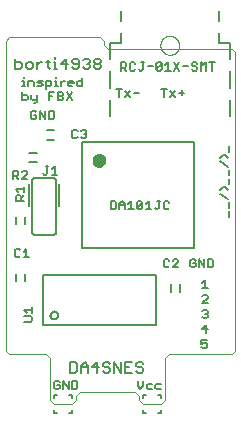
<source format=gto>
G75*
%MOIN*%
%OFA0B0*%
%FSLAX25Y25*%
%IPPOS*%
%LPD*%
%AMOC8*
5,1,8,0,0,1.08239X$1,22.5*
%
%ADD10C,0.00000*%
%ADD11C,0.00500*%
%ADD12C,0.00600*%
%ADD13C,0.00800*%
%ADD14C,0.02300*%
D10*
X0009487Y0021562D02*
X0021674Y0021562D01*
X0022924Y0020313D01*
X0022924Y0006250D01*
X0024174Y0005000D01*
X0030424Y0005000D01*
X0031674Y0006250D01*
X0031674Y0007812D01*
X0032924Y0009063D01*
X0051362Y0009063D01*
X0052612Y0007812D01*
X0052612Y0006250D01*
X0053862Y0005000D01*
X0060112Y0005000D01*
X0061362Y0006250D01*
X0061362Y0020313D01*
X0062612Y0021562D01*
X0083549Y0021562D01*
X0084799Y0022812D01*
X0084799Y0122187D01*
X0083549Y0123437D01*
X0042299Y0123437D01*
X0041049Y0124687D01*
X0041049Y0125937D01*
X0039799Y0127187D01*
X0009487Y0127187D01*
X0008237Y0125937D01*
X0008237Y0022812D01*
X0009487Y0021562D01*
X0059774Y0124560D02*
X0059776Y0124672D01*
X0059782Y0124783D01*
X0059792Y0124895D01*
X0059806Y0125006D01*
X0059823Y0125116D01*
X0059845Y0125226D01*
X0059871Y0125335D01*
X0059900Y0125443D01*
X0059933Y0125549D01*
X0059970Y0125655D01*
X0060011Y0125759D01*
X0060056Y0125862D01*
X0060104Y0125963D01*
X0060155Y0126062D01*
X0060210Y0126159D01*
X0060269Y0126254D01*
X0060330Y0126348D01*
X0060395Y0126439D01*
X0060464Y0126527D01*
X0060535Y0126613D01*
X0060609Y0126697D01*
X0060687Y0126777D01*
X0060767Y0126855D01*
X0060850Y0126931D01*
X0060935Y0127003D01*
X0061023Y0127072D01*
X0061113Y0127138D01*
X0061206Y0127200D01*
X0061301Y0127260D01*
X0061398Y0127316D01*
X0061496Y0127368D01*
X0061597Y0127417D01*
X0061699Y0127462D01*
X0061803Y0127504D01*
X0061908Y0127542D01*
X0062015Y0127576D01*
X0062122Y0127606D01*
X0062231Y0127633D01*
X0062340Y0127655D01*
X0062451Y0127674D01*
X0062561Y0127689D01*
X0062673Y0127700D01*
X0062784Y0127707D01*
X0062896Y0127710D01*
X0063008Y0127709D01*
X0063120Y0127704D01*
X0063231Y0127695D01*
X0063342Y0127682D01*
X0063453Y0127665D01*
X0063563Y0127645D01*
X0063672Y0127620D01*
X0063780Y0127592D01*
X0063887Y0127559D01*
X0063993Y0127523D01*
X0064097Y0127483D01*
X0064200Y0127440D01*
X0064302Y0127393D01*
X0064401Y0127342D01*
X0064499Y0127288D01*
X0064595Y0127230D01*
X0064689Y0127169D01*
X0064780Y0127105D01*
X0064869Y0127038D01*
X0064956Y0126967D01*
X0065040Y0126893D01*
X0065122Y0126817D01*
X0065200Y0126737D01*
X0065276Y0126655D01*
X0065349Y0126570D01*
X0065419Y0126483D01*
X0065485Y0126393D01*
X0065549Y0126301D01*
X0065609Y0126207D01*
X0065666Y0126111D01*
X0065719Y0126012D01*
X0065769Y0125912D01*
X0065815Y0125811D01*
X0065858Y0125707D01*
X0065897Y0125602D01*
X0065932Y0125496D01*
X0065963Y0125389D01*
X0065991Y0125280D01*
X0066014Y0125171D01*
X0066034Y0125061D01*
X0066050Y0124950D01*
X0066062Y0124839D01*
X0066070Y0124728D01*
X0066074Y0124616D01*
X0066074Y0124504D01*
X0066070Y0124392D01*
X0066062Y0124281D01*
X0066050Y0124170D01*
X0066034Y0124059D01*
X0066014Y0123949D01*
X0065991Y0123840D01*
X0065963Y0123731D01*
X0065932Y0123624D01*
X0065897Y0123518D01*
X0065858Y0123413D01*
X0065815Y0123309D01*
X0065769Y0123208D01*
X0065719Y0123108D01*
X0065666Y0123009D01*
X0065609Y0122913D01*
X0065549Y0122819D01*
X0065485Y0122727D01*
X0065419Y0122637D01*
X0065349Y0122550D01*
X0065276Y0122465D01*
X0065200Y0122383D01*
X0065122Y0122303D01*
X0065040Y0122227D01*
X0064956Y0122153D01*
X0064869Y0122082D01*
X0064780Y0122015D01*
X0064689Y0121951D01*
X0064595Y0121890D01*
X0064499Y0121832D01*
X0064401Y0121778D01*
X0064302Y0121727D01*
X0064200Y0121680D01*
X0064097Y0121637D01*
X0063993Y0121597D01*
X0063887Y0121561D01*
X0063780Y0121528D01*
X0063672Y0121500D01*
X0063563Y0121475D01*
X0063453Y0121455D01*
X0063342Y0121438D01*
X0063231Y0121425D01*
X0063120Y0121416D01*
X0063008Y0121411D01*
X0062896Y0121410D01*
X0062784Y0121413D01*
X0062673Y0121420D01*
X0062561Y0121431D01*
X0062451Y0121446D01*
X0062340Y0121465D01*
X0062231Y0121487D01*
X0062122Y0121514D01*
X0062015Y0121544D01*
X0061908Y0121578D01*
X0061803Y0121616D01*
X0061699Y0121658D01*
X0061597Y0121703D01*
X0061496Y0121752D01*
X0061398Y0121804D01*
X0061301Y0121860D01*
X0061206Y0121920D01*
X0061113Y0121982D01*
X0061023Y0122048D01*
X0060935Y0122117D01*
X0060850Y0122189D01*
X0060767Y0122265D01*
X0060687Y0122343D01*
X0060609Y0122423D01*
X0060535Y0122507D01*
X0060464Y0122593D01*
X0060395Y0122681D01*
X0060330Y0122772D01*
X0060269Y0122866D01*
X0060210Y0122961D01*
X0060155Y0123058D01*
X0060104Y0123157D01*
X0060056Y0123258D01*
X0060011Y0123361D01*
X0059970Y0123465D01*
X0059933Y0123571D01*
X0059900Y0123677D01*
X0059871Y0123785D01*
X0059845Y0123894D01*
X0059823Y0124004D01*
X0059806Y0124114D01*
X0059792Y0124225D01*
X0059782Y0124337D01*
X0059776Y0124448D01*
X0059774Y0124560D01*
D11*
X0059793Y0118852D02*
X0058893Y0118852D01*
X0058442Y0118402D01*
X0058442Y0116600D01*
X0060244Y0118402D01*
X0060244Y0116600D01*
X0059793Y0116150D01*
X0058893Y0116150D01*
X0058442Y0116600D01*
X0057297Y0117501D02*
X0055496Y0117501D01*
X0054351Y0118852D02*
X0053450Y0118852D01*
X0053900Y0118852D02*
X0053900Y0116600D01*
X0053450Y0116150D01*
X0052999Y0116150D01*
X0052549Y0116600D01*
X0051404Y0116600D02*
X0050954Y0116150D01*
X0050053Y0116150D01*
X0049603Y0116600D01*
X0049603Y0118402D01*
X0050053Y0118852D01*
X0050954Y0118852D01*
X0051404Y0118402D01*
X0048458Y0118402D02*
X0048458Y0117501D01*
X0048007Y0117051D01*
X0046656Y0117051D01*
X0047557Y0117051D02*
X0048458Y0116150D01*
X0046656Y0116150D02*
X0046656Y0118852D01*
X0048007Y0118852D01*
X0048458Y0118402D01*
X0046851Y0110140D02*
X0045049Y0110140D01*
X0045950Y0110140D02*
X0045950Y0107437D01*
X0047996Y0107437D02*
X0049797Y0109239D01*
X0050942Y0108789D02*
X0052744Y0108789D01*
X0049797Y0107437D02*
X0047996Y0109239D01*
X0060049Y0110140D02*
X0061851Y0110140D01*
X0060950Y0110140D02*
X0060950Y0107437D01*
X0062996Y0107437D02*
X0064797Y0109239D01*
X0065942Y0108789D02*
X0067744Y0108789D01*
X0066843Y0109689D02*
X0066843Y0107888D01*
X0064797Y0107437D02*
X0062996Y0109239D01*
X0063190Y0116150D02*
X0061389Y0116150D01*
X0062289Y0116150D02*
X0062289Y0118852D01*
X0061389Y0117952D01*
X0060244Y0118402D02*
X0059793Y0118852D01*
X0064335Y0118852D02*
X0066137Y0116150D01*
X0067282Y0117501D02*
X0069083Y0117501D01*
X0070228Y0117952D02*
X0070228Y0118402D01*
X0070679Y0118852D01*
X0071579Y0118852D01*
X0072030Y0118402D01*
X0071579Y0117501D02*
X0072030Y0117051D01*
X0072030Y0116600D01*
X0071579Y0116150D01*
X0070679Y0116150D01*
X0070228Y0116600D01*
X0070679Y0117501D02*
X0071579Y0117501D01*
X0070679Y0117501D02*
X0070228Y0117952D01*
X0073175Y0118852D02*
X0073175Y0116150D01*
X0074075Y0117952D02*
X0074976Y0118852D01*
X0074976Y0116150D01*
X0074075Y0117952D02*
X0073175Y0118852D01*
X0076121Y0118852D02*
X0077923Y0118852D01*
X0077022Y0118852D02*
X0077022Y0116150D01*
X0066137Y0118852D02*
X0064335Y0116150D01*
X0071049Y0092387D02*
X0033549Y0092387D01*
X0033549Y0056987D01*
X0071049Y0056987D01*
X0071049Y0092387D01*
X0079660Y0087081D02*
X0080560Y0087982D01*
X0081461Y0087982D01*
X0082362Y0087081D01*
X0082812Y0089045D02*
X0082812Y0090847D01*
X0079660Y0085936D02*
X0082362Y0084134D01*
X0082812Y0082989D02*
X0082812Y0081188D01*
X0082812Y0080043D02*
X0082812Y0078241D01*
X0081461Y0077178D02*
X0082362Y0076277D01*
X0081461Y0077178D02*
X0080560Y0077178D01*
X0079660Y0076277D01*
X0079660Y0075132D02*
X0082362Y0073331D01*
X0082812Y0072186D02*
X0082812Y0070384D01*
X0082812Y0069239D02*
X0082812Y0067438D01*
X0076981Y0053265D02*
X0075630Y0053265D01*
X0075630Y0050562D01*
X0076981Y0050562D01*
X0077431Y0051013D01*
X0077431Y0052814D01*
X0076981Y0053265D01*
X0074485Y0053265D02*
X0074485Y0050562D01*
X0072683Y0053265D01*
X0072683Y0050562D01*
X0071538Y0051013D02*
X0071088Y0050562D01*
X0070187Y0050562D01*
X0069737Y0051013D01*
X0069737Y0052814D01*
X0070187Y0053265D01*
X0071088Y0053265D01*
X0071538Y0052814D01*
X0071538Y0051914D02*
X0070638Y0051914D01*
X0071538Y0051914D02*
X0071538Y0051013D01*
X0074700Y0046390D02*
X0073799Y0045489D01*
X0074700Y0046390D02*
X0074700Y0043687D01*
X0073799Y0043687D02*
X0075601Y0043687D01*
X0075151Y0041390D02*
X0074250Y0041390D01*
X0073799Y0040939D01*
X0075151Y0041390D02*
X0075601Y0040939D01*
X0075601Y0040489D01*
X0073799Y0038688D01*
X0075601Y0038688D01*
X0075151Y0036390D02*
X0074250Y0036390D01*
X0073799Y0035939D01*
X0074700Y0035039D02*
X0075151Y0035039D01*
X0075601Y0034588D01*
X0075601Y0034138D01*
X0075151Y0033688D01*
X0074250Y0033688D01*
X0073799Y0034138D01*
X0075151Y0035039D02*
X0075601Y0035489D01*
X0075601Y0035939D01*
X0075151Y0036390D01*
X0075151Y0031390D02*
X0073799Y0030039D01*
X0075601Y0030039D01*
X0075151Y0031390D02*
X0075151Y0028687D01*
X0075288Y0026390D02*
X0073487Y0026390D01*
X0073487Y0025039D01*
X0074388Y0025489D01*
X0074838Y0025489D01*
X0075288Y0025039D01*
X0075288Y0024138D01*
X0074838Y0023687D01*
X0073937Y0023687D01*
X0073487Y0024138D01*
X0059931Y0011739D02*
X0058580Y0011739D01*
X0058130Y0011289D01*
X0058130Y0010388D01*
X0058580Y0009938D01*
X0059931Y0009938D01*
X0056985Y0009938D02*
X0055634Y0009938D01*
X0055183Y0010388D01*
X0055183Y0011289D01*
X0055634Y0011739D01*
X0056985Y0011739D01*
X0054038Y0010838D02*
X0054038Y0012640D01*
X0052237Y0012640D02*
X0052237Y0010838D01*
X0053138Y0009938D01*
X0054038Y0010838D01*
X0032119Y0010388D02*
X0032119Y0012189D01*
X0031669Y0012640D01*
X0030317Y0012640D01*
X0030317Y0009938D01*
X0031669Y0009938D01*
X0032119Y0010388D01*
X0029172Y0009938D02*
X0029172Y0012640D01*
X0027371Y0012640D02*
X0027371Y0009938D01*
X0026226Y0010388D02*
X0026226Y0011289D01*
X0025325Y0011289D01*
X0024424Y0012189D02*
X0024424Y0010388D01*
X0024875Y0009938D01*
X0025776Y0009938D01*
X0026226Y0010388D01*
X0026226Y0012189D02*
X0025776Y0012640D01*
X0024875Y0012640D01*
X0024424Y0012189D01*
X0027371Y0012640D02*
X0029172Y0009938D01*
X0016599Y0032437D02*
X0014347Y0032437D01*
X0014347Y0034239D02*
X0016599Y0034239D01*
X0017049Y0033789D01*
X0017049Y0032888D01*
X0016599Y0032437D01*
X0017049Y0035384D02*
X0017049Y0037186D01*
X0017049Y0036285D02*
X0014347Y0036285D01*
X0015248Y0035384D01*
X0015147Y0054000D02*
X0015147Y0056702D01*
X0014246Y0055802D01*
X0013101Y0056252D02*
X0012651Y0056702D01*
X0011750Y0056702D01*
X0011299Y0056252D01*
X0011299Y0054450D01*
X0011750Y0054000D01*
X0012651Y0054000D01*
X0013101Y0054450D01*
X0014246Y0054000D02*
X0016047Y0054000D01*
X0014237Y0072750D02*
X0011535Y0072750D01*
X0011535Y0074101D01*
X0011985Y0074552D01*
X0012886Y0074552D01*
X0013336Y0074101D01*
X0013336Y0072750D01*
X0013336Y0073651D02*
X0014237Y0074552D01*
X0014237Y0075697D02*
X0014237Y0077498D01*
X0014237Y0076597D02*
X0011535Y0076597D01*
X0012435Y0075697D01*
X0012476Y0079938D02*
X0011575Y0080838D01*
X0012026Y0080838D02*
X0010674Y0080838D01*
X0010674Y0079938D02*
X0010674Y0082640D01*
X0012026Y0082640D01*
X0012476Y0082189D01*
X0012476Y0081289D01*
X0012026Y0080838D01*
X0013621Y0079938D02*
X0015422Y0081739D01*
X0015422Y0082189D01*
X0014972Y0082640D01*
X0014071Y0082640D01*
X0013621Y0082189D01*
X0013621Y0079938D02*
X0015422Y0079938D01*
X0020674Y0081950D02*
X0021125Y0081500D01*
X0021575Y0081500D01*
X0022026Y0081950D01*
X0022026Y0084202D01*
X0022476Y0084202D02*
X0021575Y0084202D01*
X0023621Y0083302D02*
X0024522Y0084202D01*
X0024522Y0081500D01*
X0025422Y0081500D02*
X0023621Y0081500D01*
X0030812Y0093687D02*
X0030362Y0094138D01*
X0030362Y0095939D01*
X0030812Y0096390D01*
X0031713Y0096390D01*
X0032163Y0095939D01*
X0033308Y0095939D02*
X0033759Y0096390D01*
X0034660Y0096390D01*
X0035110Y0095939D01*
X0035110Y0095489D01*
X0034660Y0095039D01*
X0035110Y0094588D01*
X0035110Y0094138D01*
X0034660Y0093687D01*
X0033759Y0093687D01*
X0033308Y0094138D01*
X0032163Y0094138D02*
X0031713Y0093687D01*
X0030812Y0093687D01*
X0034209Y0095039D02*
X0034660Y0095039D01*
X0030334Y0106187D02*
X0028532Y0108890D01*
X0027387Y0108439D02*
X0027387Y0107989D01*
X0026937Y0107539D01*
X0025585Y0107539D01*
X0025585Y0108890D02*
X0025585Y0106187D01*
X0026937Y0106187D01*
X0027387Y0106638D01*
X0027387Y0107088D01*
X0026937Y0107539D01*
X0027387Y0108439D02*
X0026937Y0108890D01*
X0025585Y0108890D01*
X0024441Y0108890D02*
X0022639Y0108890D01*
X0022639Y0106187D01*
X0022639Y0107539D02*
X0023540Y0107539D01*
X0021657Y0110087D02*
X0021657Y0112789D01*
X0023008Y0112789D01*
X0023458Y0112339D01*
X0023458Y0111438D01*
X0023008Y0110987D01*
X0021657Y0110987D01*
X0020512Y0111438D02*
X0020061Y0111888D01*
X0019161Y0111888D01*
X0018710Y0112339D01*
X0019161Y0112789D01*
X0020512Y0112789D01*
X0020512Y0111438D02*
X0020061Y0110987D01*
X0018710Y0110987D01*
X0017565Y0110987D02*
X0017565Y0112339D01*
X0017115Y0112789D01*
X0015764Y0112789D01*
X0015764Y0110987D01*
X0014700Y0110987D02*
X0013799Y0110987D01*
X0014250Y0110987D02*
X0014250Y0112789D01*
X0013799Y0112789D01*
X0014250Y0113690D02*
X0014250Y0114140D01*
X0013799Y0108890D02*
X0013799Y0106187D01*
X0015151Y0106187D01*
X0015601Y0106638D01*
X0015601Y0107539D01*
X0015151Y0107989D01*
X0013799Y0107989D01*
X0016746Y0107989D02*
X0016746Y0106638D01*
X0017196Y0106187D01*
X0018547Y0106187D01*
X0018547Y0105737D02*
X0018097Y0105287D01*
X0017647Y0105287D01*
X0018547Y0105737D02*
X0018547Y0107989D01*
X0017963Y0102640D02*
X0017062Y0102640D01*
X0016612Y0102189D01*
X0016612Y0100388D01*
X0017062Y0099937D01*
X0017963Y0099937D01*
X0018413Y0100388D01*
X0018413Y0101289D01*
X0017513Y0101289D01*
X0018413Y0102189D02*
X0017963Y0102640D01*
X0019558Y0102640D02*
X0019558Y0099937D01*
X0021360Y0099937D02*
X0021360Y0102640D01*
X0019558Y0102640D02*
X0021360Y0099937D01*
X0022505Y0099937D02*
X0022505Y0102640D01*
X0023856Y0102640D01*
X0024306Y0102189D01*
X0024306Y0100388D01*
X0023856Y0099937D01*
X0022505Y0099937D01*
X0028532Y0106187D02*
X0030334Y0108890D01*
X0030374Y0110987D02*
X0029473Y0110987D01*
X0029023Y0111438D01*
X0029023Y0112339D01*
X0029473Y0112789D01*
X0030374Y0112789D01*
X0030825Y0112339D01*
X0030825Y0111888D01*
X0029023Y0111888D01*
X0027919Y0112789D02*
X0027468Y0112789D01*
X0026568Y0111888D01*
X0026568Y0110987D02*
X0026568Y0112789D01*
X0025054Y0112789D02*
X0025054Y0110987D01*
X0025504Y0110987D02*
X0024603Y0110987D01*
X0024603Y0112789D02*
X0025054Y0112789D01*
X0025054Y0113690D02*
X0025054Y0114140D01*
X0031970Y0112339D02*
X0032420Y0112789D01*
X0033771Y0112789D01*
X0033771Y0113690D02*
X0033771Y0110987D01*
X0032420Y0110987D01*
X0031970Y0111438D01*
X0031970Y0112339D01*
X0043174Y0072602D02*
X0044525Y0072602D01*
X0044976Y0072152D01*
X0044976Y0070350D01*
X0044525Y0069900D01*
X0043174Y0069900D01*
X0043174Y0072602D01*
X0046121Y0071702D02*
X0046121Y0069900D01*
X0046121Y0071251D02*
X0047922Y0071251D01*
X0047922Y0071702D02*
X0047021Y0072602D01*
X0046121Y0071702D01*
X0047922Y0071702D02*
X0047922Y0069900D01*
X0049067Y0069900D02*
X0050869Y0069900D01*
X0049968Y0069900D02*
X0049968Y0072602D01*
X0049067Y0071702D01*
X0052014Y0072152D02*
X0052014Y0070350D01*
X0053815Y0072152D01*
X0053815Y0070350D01*
X0053365Y0069900D01*
X0052464Y0069900D01*
X0052014Y0070350D01*
X0052014Y0072152D02*
X0052464Y0072602D01*
X0053365Y0072602D01*
X0053815Y0072152D01*
X0054960Y0071702D02*
X0055861Y0072602D01*
X0055861Y0069900D01*
X0054960Y0069900D02*
X0056762Y0069900D01*
X0057907Y0070350D02*
X0058357Y0069900D01*
X0058807Y0069900D01*
X0059258Y0070350D01*
X0059258Y0072602D01*
X0059708Y0072602D02*
X0058807Y0072602D01*
X0060853Y0072152D02*
X0060853Y0070350D01*
X0061304Y0069900D01*
X0062204Y0069900D01*
X0062655Y0070350D01*
X0062655Y0072152D02*
X0062204Y0072602D01*
X0061304Y0072602D01*
X0060853Y0072152D01*
X0061437Y0053265D02*
X0060987Y0052814D01*
X0060987Y0051013D01*
X0061437Y0050562D01*
X0062338Y0050562D01*
X0062788Y0051013D01*
X0063933Y0050562D02*
X0065735Y0052364D01*
X0065735Y0052814D01*
X0065285Y0053265D01*
X0064384Y0053265D01*
X0063933Y0052814D01*
X0062788Y0052814D02*
X0062338Y0053265D01*
X0061437Y0053265D01*
X0063933Y0050562D02*
X0065735Y0050562D01*
D12*
X0066362Y0045000D02*
X0066362Y0042500D01*
X0063237Y0042500D02*
X0063237Y0045000D01*
X0053509Y0018890D02*
X0052374Y0018890D01*
X0051807Y0018323D01*
X0051807Y0017756D01*
X0052374Y0017189D01*
X0053509Y0017189D01*
X0054076Y0016622D01*
X0054076Y0016055D01*
X0053509Y0015487D01*
X0052374Y0015487D01*
X0051807Y0016055D01*
X0050393Y0015487D02*
X0048124Y0015487D01*
X0048124Y0018890D01*
X0050393Y0018890D01*
X0049258Y0017189D02*
X0048124Y0017189D01*
X0046710Y0018890D02*
X0046710Y0015487D01*
X0044441Y0018890D01*
X0044441Y0015487D01*
X0043026Y0016055D02*
X0043026Y0016622D01*
X0042459Y0017189D01*
X0041325Y0017189D01*
X0040758Y0017756D01*
X0040758Y0018323D01*
X0041325Y0018890D01*
X0042459Y0018890D01*
X0043026Y0018323D01*
X0043026Y0016055D02*
X0042459Y0015487D01*
X0041325Y0015487D01*
X0040758Y0016055D01*
X0039343Y0017189D02*
X0037075Y0017189D01*
X0038776Y0018890D01*
X0038776Y0015487D01*
X0035660Y0015487D02*
X0035660Y0017756D01*
X0034526Y0018890D01*
X0033392Y0017756D01*
X0033392Y0015487D01*
X0031977Y0016055D02*
X0031977Y0018323D01*
X0031410Y0018890D01*
X0029708Y0018890D01*
X0029708Y0015487D01*
X0031410Y0015487D01*
X0031977Y0016055D01*
X0033392Y0017189D02*
X0035660Y0017189D01*
X0030299Y0008000D02*
X0029299Y0008000D01*
X0030299Y0008000D02*
X0030299Y0007000D01*
X0030299Y0003000D02*
X0030299Y0002000D01*
X0029299Y0002000D01*
X0025299Y0002000D02*
X0024299Y0002000D01*
X0024299Y0003000D01*
X0024299Y0007000D02*
X0024299Y0008000D01*
X0025299Y0008000D01*
X0014799Y0045937D02*
X0014799Y0048437D01*
X0011674Y0048437D02*
X0011674Y0045937D01*
X0018049Y0061437D02*
X0024049Y0061437D01*
X0024109Y0061439D01*
X0024170Y0061444D01*
X0024229Y0061453D01*
X0024288Y0061466D01*
X0024347Y0061482D01*
X0024404Y0061502D01*
X0024459Y0061525D01*
X0024514Y0061552D01*
X0024566Y0061581D01*
X0024617Y0061614D01*
X0024666Y0061650D01*
X0024712Y0061688D01*
X0024756Y0061730D01*
X0024798Y0061774D01*
X0024836Y0061820D01*
X0024872Y0061869D01*
X0024905Y0061920D01*
X0024934Y0061972D01*
X0024961Y0062027D01*
X0024984Y0062082D01*
X0025004Y0062139D01*
X0025020Y0062198D01*
X0025033Y0062257D01*
X0025042Y0062316D01*
X0025047Y0062377D01*
X0025049Y0062437D01*
X0025049Y0079438D01*
X0025047Y0079498D01*
X0025042Y0079559D01*
X0025033Y0079618D01*
X0025020Y0079677D01*
X0025004Y0079736D01*
X0024984Y0079793D01*
X0024961Y0079848D01*
X0024934Y0079903D01*
X0024905Y0079955D01*
X0024872Y0080006D01*
X0024836Y0080055D01*
X0024798Y0080101D01*
X0024756Y0080145D01*
X0024712Y0080187D01*
X0024666Y0080225D01*
X0024617Y0080261D01*
X0024566Y0080294D01*
X0024514Y0080323D01*
X0024459Y0080350D01*
X0024404Y0080373D01*
X0024347Y0080393D01*
X0024288Y0080409D01*
X0024229Y0080422D01*
X0024170Y0080431D01*
X0024109Y0080436D01*
X0024049Y0080438D01*
X0018049Y0080438D01*
X0017989Y0080436D01*
X0017928Y0080431D01*
X0017869Y0080422D01*
X0017810Y0080409D01*
X0017751Y0080393D01*
X0017694Y0080373D01*
X0017639Y0080350D01*
X0017584Y0080323D01*
X0017532Y0080294D01*
X0017481Y0080261D01*
X0017432Y0080225D01*
X0017386Y0080187D01*
X0017342Y0080145D01*
X0017300Y0080101D01*
X0017262Y0080055D01*
X0017226Y0080006D01*
X0017193Y0079955D01*
X0017164Y0079903D01*
X0017137Y0079848D01*
X0017114Y0079793D01*
X0017094Y0079736D01*
X0017078Y0079677D01*
X0017065Y0079618D01*
X0017056Y0079559D01*
X0017051Y0079498D01*
X0017049Y0079438D01*
X0017049Y0062437D01*
X0017051Y0062377D01*
X0017056Y0062316D01*
X0017065Y0062257D01*
X0017078Y0062198D01*
X0017094Y0062139D01*
X0017114Y0062082D01*
X0017137Y0062027D01*
X0017164Y0061972D01*
X0017193Y0061920D01*
X0017226Y0061869D01*
X0017262Y0061820D01*
X0017300Y0061774D01*
X0017342Y0061730D01*
X0017386Y0061688D01*
X0017432Y0061650D01*
X0017481Y0061614D01*
X0017532Y0061581D01*
X0017584Y0061552D01*
X0017639Y0061525D01*
X0017694Y0061502D01*
X0017751Y0061482D01*
X0017810Y0061466D01*
X0017869Y0061453D01*
X0017928Y0061444D01*
X0017989Y0061439D01*
X0018049Y0061437D01*
X0014799Y0065000D02*
X0014799Y0067500D01*
X0016049Y0070938D02*
X0016049Y0078438D01*
X0016049Y0085625D02*
X0018549Y0085625D01*
X0018549Y0088750D02*
X0016049Y0088750D01*
X0021987Y0093125D02*
X0024487Y0093125D01*
X0024487Y0096250D02*
X0021987Y0096250D01*
X0026049Y0078438D02*
X0026049Y0070938D01*
X0011674Y0067500D02*
X0011674Y0065000D01*
X0042924Y0100937D02*
X0042924Y0106449D01*
X0042924Y0110386D02*
X0042924Y0115898D01*
X0042924Y0119835D02*
X0042924Y0125347D01*
X0046586Y0125347D01*
X0046586Y0128674D01*
X0046586Y0132611D02*
X0046586Y0135938D01*
X0039407Y0120140D02*
X0038273Y0120140D01*
X0037706Y0119573D01*
X0037706Y0119006D01*
X0038273Y0118439D01*
X0039407Y0118439D01*
X0039974Y0117872D01*
X0039974Y0117305D01*
X0039407Y0116737D01*
X0038273Y0116737D01*
X0037706Y0117305D01*
X0037706Y0117872D01*
X0038273Y0118439D01*
X0039407Y0118439D02*
X0039974Y0119006D01*
X0039974Y0119573D01*
X0039407Y0120140D01*
X0036291Y0119573D02*
X0036291Y0119006D01*
X0035724Y0118439D01*
X0036291Y0117872D01*
X0036291Y0117305D01*
X0035724Y0116737D01*
X0034590Y0116737D01*
X0034023Y0117305D01*
X0032608Y0117305D02*
X0032608Y0119573D01*
X0032041Y0120140D01*
X0030907Y0120140D01*
X0030339Y0119573D01*
X0030339Y0119006D01*
X0030907Y0118439D01*
X0032608Y0118439D01*
X0032608Y0117305D02*
X0032041Y0116737D01*
X0030907Y0116737D01*
X0030339Y0117305D01*
X0028925Y0118439D02*
X0026656Y0118439D01*
X0028358Y0120140D01*
X0028358Y0116737D01*
X0025335Y0116737D02*
X0024201Y0116737D01*
X0024768Y0116737D02*
X0024768Y0119006D01*
X0024201Y0119006D01*
X0024768Y0120140D02*
X0024768Y0120708D01*
X0022880Y0119006D02*
X0021745Y0119006D01*
X0022313Y0119573D02*
X0022313Y0117305D01*
X0022880Y0116737D01*
X0020378Y0119006D02*
X0019810Y0119006D01*
X0018676Y0117872D01*
X0018676Y0119006D02*
X0018676Y0116737D01*
X0017262Y0117305D02*
X0017262Y0118439D01*
X0016694Y0119006D01*
X0015560Y0119006D01*
X0014993Y0118439D01*
X0014993Y0117305D01*
X0015560Y0116737D01*
X0016694Y0116737D01*
X0017262Y0117305D01*
X0013578Y0117305D02*
X0013578Y0118439D01*
X0013011Y0119006D01*
X0011310Y0119006D01*
X0011310Y0120140D02*
X0011310Y0116737D01*
X0013011Y0116737D01*
X0013578Y0117305D01*
X0034023Y0119573D02*
X0034590Y0120140D01*
X0035724Y0120140D01*
X0036291Y0119573D01*
X0035724Y0118439D02*
X0035157Y0118439D01*
X0079263Y0125347D02*
X0079263Y0128674D01*
X0079263Y0125347D02*
X0082924Y0125347D01*
X0082924Y0119835D01*
X0082924Y0115898D02*
X0082924Y0110386D01*
X0082924Y0106449D02*
X0082924Y0100937D01*
X0079263Y0132611D02*
X0079263Y0135938D01*
X0053509Y0018890D02*
X0054076Y0018323D01*
X0053987Y0008000D02*
X0053987Y0007000D01*
X0053987Y0008000D02*
X0054987Y0008000D01*
X0053987Y0003000D02*
X0053987Y0002000D01*
X0054987Y0002000D01*
X0058987Y0002000D02*
X0059987Y0002000D01*
X0059987Y0003000D01*
X0059987Y0007000D02*
X0059987Y0008000D01*
X0058987Y0008000D01*
D13*
X0058385Y0031223D02*
X0020589Y0031223D01*
X0020589Y0048152D01*
X0058385Y0048152D01*
X0058385Y0031223D01*
X0023148Y0034569D02*
X0023150Y0034640D01*
X0023156Y0034711D01*
X0023166Y0034782D01*
X0023180Y0034851D01*
X0023197Y0034920D01*
X0023219Y0034988D01*
X0023244Y0035055D01*
X0023273Y0035120D01*
X0023305Y0035183D01*
X0023341Y0035245D01*
X0023380Y0035304D01*
X0023423Y0035361D01*
X0023468Y0035416D01*
X0023517Y0035468D01*
X0023568Y0035517D01*
X0023622Y0035563D01*
X0023679Y0035607D01*
X0023737Y0035647D01*
X0023798Y0035683D01*
X0023861Y0035717D01*
X0023926Y0035746D01*
X0023992Y0035772D01*
X0024060Y0035795D01*
X0024128Y0035813D01*
X0024198Y0035828D01*
X0024268Y0035839D01*
X0024339Y0035846D01*
X0024410Y0035849D01*
X0024481Y0035848D01*
X0024552Y0035843D01*
X0024623Y0035834D01*
X0024693Y0035821D01*
X0024762Y0035805D01*
X0024830Y0035784D01*
X0024897Y0035760D01*
X0024963Y0035732D01*
X0025026Y0035700D01*
X0025088Y0035665D01*
X0025148Y0035627D01*
X0025206Y0035585D01*
X0025261Y0035541D01*
X0025314Y0035493D01*
X0025364Y0035442D01*
X0025411Y0035389D01*
X0025455Y0035333D01*
X0025496Y0035275D01*
X0025534Y0035214D01*
X0025568Y0035152D01*
X0025598Y0035087D01*
X0025625Y0035022D01*
X0025649Y0034954D01*
X0025668Y0034886D01*
X0025684Y0034817D01*
X0025696Y0034746D01*
X0025704Y0034676D01*
X0025708Y0034605D01*
X0025708Y0034533D01*
X0025704Y0034462D01*
X0025696Y0034392D01*
X0025684Y0034321D01*
X0025668Y0034252D01*
X0025649Y0034184D01*
X0025625Y0034116D01*
X0025598Y0034051D01*
X0025568Y0033986D01*
X0025534Y0033924D01*
X0025496Y0033863D01*
X0025455Y0033805D01*
X0025411Y0033749D01*
X0025364Y0033696D01*
X0025314Y0033645D01*
X0025261Y0033597D01*
X0025206Y0033553D01*
X0025148Y0033511D01*
X0025088Y0033473D01*
X0025026Y0033438D01*
X0024963Y0033406D01*
X0024897Y0033378D01*
X0024830Y0033354D01*
X0024762Y0033333D01*
X0024693Y0033317D01*
X0024623Y0033304D01*
X0024552Y0033295D01*
X0024481Y0033290D01*
X0024410Y0033289D01*
X0024339Y0033292D01*
X0024268Y0033299D01*
X0024198Y0033310D01*
X0024128Y0033325D01*
X0024060Y0033343D01*
X0023992Y0033366D01*
X0023926Y0033392D01*
X0023861Y0033421D01*
X0023798Y0033455D01*
X0023737Y0033491D01*
X0023679Y0033531D01*
X0023622Y0033575D01*
X0023568Y0033621D01*
X0023517Y0033670D01*
X0023468Y0033722D01*
X0023423Y0033777D01*
X0023380Y0033834D01*
X0023341Y0033893D01*
X0023305Y0033955D01*
X0023273Y0034018D01*
X0023244Y0034083D01*
X0023219Y0034150D01*
X0023197Y0034218D01*
X0023180Y0034287D01*
X0023166Y0034356D01*
X0023156Y0034427D01*
X0023150Y0034498D01*
X0023148Y0034569D01*
D14*
X0038199Y0086188D02*
X0038201Y0086254D01*
X0038207Y0086319D01*
X0038217Y0086384D01*
X0038230Y0086449D01*
X0038248Y0086512D01*
X0038269Y0086575D01*
X0038294Y0086635D01*
X0038323Y0086695D01*
X0038355Y0086752D01*
X0038390Y0086808D01*
X0038429Y0086861D01*
X0038471Y0086912D01*
X0038515Y0086960D01*
X0038563Y0087005D01*
X0038613Y0087048D01*
X0038666Y0087087D01*
X0038721Y0087124D01*
X0038778Y0087157D01*
X0038837Y0087186D01*
X0038897Y0087212D01*
X0038959Y0087234D01*
X0039022Y0087253D01*
X0039086Y0087267D01*
X0039151Y0087278D01*
X0039217Y0087285D01*
X0039283Y0087288D01*
X0039348Y0087287D01*
X0039414Y0087282D01*
X0039479Y0087273D01*
X0039544Y0087260D01*
X0039607Y0087244D01*
X0039670Y0087224D01*
X0039731Y0087199D01*
X0039791Y0087172D01*
X0039849Y0087141D01*
X0039905Y0087106D01*
X0039959Y0087068D01*
X0040010Y0087027D01*
X0040059Y0086983D01*
X0040105Y0086936D01*
X0040149Y0086887D01*
X0040189Y0086835D01*
X0040226Y0086780D01*
X0040260Y0086724D01*
X0040290Y0086665D01*
X0040317Y0086605D01*
X0040340Y0086544D01*
X0040359Y0086481D01*
X0040375Y0086417D01*
X0040387Y0086352D01*
X0040395Y0086287D01*
X0040399Y0086221D01*
X0040399Y0086155D01*
X0040395Y0086089D01*
X0040387Y0086024D01*
X0040375Y0085959D01*
X0040359Y0085895D01*
X0040340Y0085832D01*
X0040317Y0085771D01*
X0040290Y0085711D01*
X0040260Y0085652D01*
X0040226Y0085596D01*
X0040189Y0085541D01*
X0040149Y0085489D01*
X0040105Y0085440D01*
X0040059Y0085393D01*
X0040010Y0085349D01*
X0039959Y0085308D01*
X0039905Y0085270D01*
X0039849Y0085235D01*
X0039791Y0085204D01*
X0039731Y0085177D01*
X0039670Y0085152D01*
X0039607Y0085132D01*
X0039544Y0085116D01*
X0039479Y0085103D01*
X0039414Y0085094D01*
X0039348Y0085089D01*
X0039283Y0085088D01*
X0039217Y0085091D01*
X0039151Y0085098D01*
X0039086Y0085109D01*
X0039022Y0085123D01*
X0038959Y0085142D01*
X0038897Y0085164D01*
X0038837Y0085190D01*
X0038778Y0085219D01*
X0038721Y0085252D01*
X0038666Y0085289D01*
X0038613Y0085328D01*
X0038563Y0085371D01*
X0038515Y0085416D01*
X0038471Y0085464D01*
X0038429Y0085515D01*
X0038390Y0085568D01*
X0038355Y0085624D01*
X0038323Y0085681D01*
X0038294Y0085741D01*
X0038269Y0085801D01*
X0038248Y0085864D01*
X0038230Y0085927D01*
X0038217Y0085992D01*
X0038207Y0086057D01*
X0038201Y0086122D01*
X0038199Y0086188D01*
M02*

</source>
